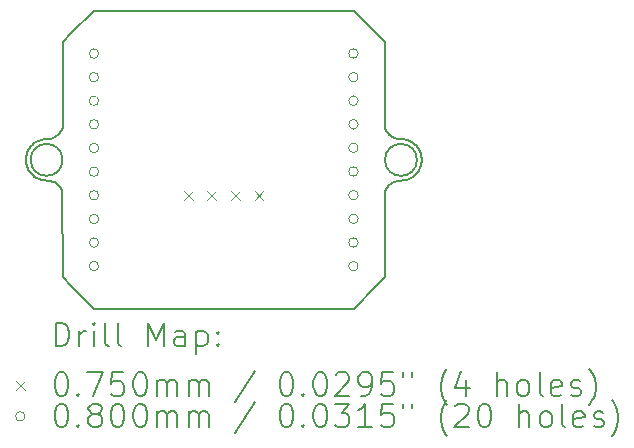
<source format=gbr>
%TF.GenerationSoftware,KiCad,Pcbnew,7.0.7*%
%TF.CreationDate,2023-10-04T17:02:31-06:00*%
%TF.ProjectId,FPV_4-Pin_Module,4650565f-342d-4506-996e-5f4d6f64756c,rev?*%
%TF.SameCoordinates,Original*%
%TF.FileFunction,Drillmap*%
%TF.FilePolarity,Positive*%
%FSLAX45Y45*%
G04 Gerber Fmt 4.5, Leading zero omitted, Abs format (unit mm)*
G04 Created by KiCad (PCBNEW 7.0.7) date 2023-10-04 17:02:31*
%MOMM*%
%LPD*%
G01*
G04 APERTURE LIST*
%ADD10C,0.150000*%
%ADD11C,0.200000*%
%ADD12C,0.075000*%
%ADD13C,0.080000*%
G04 APERTURE END LIST*
D10*
X13329102Y-7886448D02*
X13321185Y-7892556D01*
X13487665Y-7841927D02*
X13478302Y-7845433D01*
X13451718Y-8204402D02*
X13461566Y-8206129D01*
X16606932Y-8023111D02*
X16606925Y-8033110D01*
X16564296Y-7913445D02*
X16570622Y-7921188D01*
X16332518Y-8242885D02*
X16325512Y-8250017D01*
X13337354Y-7880802D02*
X13329102Y-7886448D01*
X16451956Y-7854142D02*
X16461853Y-7855565D01*
X16591127Y-8100826D02*
X16586708Y-8109795D01*
X13392563Y-8198498D02*
X13402365Y-8200472D01*
X13565318Y-8291916D02*
X13567000Y-9023000D01*
X13262726Y-7983601D02*
X13260466Y-7993341D01*
X13461566Y-8206129D02*
X13471271Y-8208531D01*
X16222000Y-6958000D02*
X16032000Y-6768000D01*
X16432217Y-8203000D02*
X16432217Y-8203000D01*
X16424881Y-7852826D02*
X16432000Y-7853000D01*
X13522064Y-7821761D02*
X13514005Y-7827678D01*
X13373377Y-8192889D02*
X13382890Y-8195968D01*
X16603490Y-8062875D02*
X16601218Y-8072613D01*
X13568479Y-7757840D02*
X13564702Y-7767097D01*
X13313794Y-8157044D02*
X13321357Y-8163584D01*
X13265538Y-7974006D02*
X13262726Y-7983601D01*
D11*
X16567000Y-8028000D02*
G75*
G03*
X16567000Y-8028000I-135000J0D01*
G01*
D10*
X13538488Y-8250017D02*
X13544986Y-8257616D01*
X13262782Y-8072613D02*
X13265606Y-8082204D01*
X16586708Y-8109795D02*
X16581784Y-8118497D01*
X13564702Y-7767097D02*
X13560297Y-7776072D01*
X16481110Y-8195968D02*
X16471437Y-8198498D01*
X16550369Y-7899106D02*
X16557537Y-7906076D01*
X13293378Y-7921188D02*
X13287504Y-7929279D01*
X13432000Y-7853000D02*
X13422005Y-7853286D01*
X16542643Y-8163584D02*
X16534719Y-8169682D01*
X16605202Y-8053024D02*
X16603490Y-8062875D01*
X13471271Y-8208531D02*
X13480787Y-8211596D01*
X16518085Y-7875637D02*
X16526646Y-7880802D01*
X13514005Y-7827678D02*
X13505559Y-7833028D01*
X13531482Y-8242885D02*
X13538488Y-8250017D01*
X16595027Y-8091619D02*
X16591127Y-8100826D01*
D11*
X13567000Y-8028000D02*
G75*
G03*
X13567000Y-8028000I-135000J0D01*
G01*
D10*
X13468720Y-7848288D02*
X13458965Y-7850478D01*
X16295521Y-7757840D02*
X16299298Y-7767097D01*
X16441774Y-8202727D02*
X16432217Y-8203000D01*
X16319014Y-8257616D02*
X16313055Y-8265644D01*
X13272781Y-7955375D02*
X13268893Y-7964587D01*
X13422005Y-7853286D02*
X13412043Y-7854142D01*
X16564151Y-8142722D02*
X16557383Y-8150082D01*
X16314306Y-7793012D02*
X16320455Y-7800895D01*
X16586811Y-7946401D02*
X16591219Y-7955375D01*
X13257652Y-8043092D02*
X13258798Y-8053024D01*
X13346108Y-8180471D02*
X13354956Y-8185128D01*
X16500148Y-7866814D02*
X16509243Y-7870969D01*
X16356241Y-8224609D02*
X16347919Y-8230150D01*
X16395280Y-7848288D02*
X16405035Y-7850478D01*
X16307663Y-8274064D02*
X16302865Y-8282835D01*
X13321357Y-8163584D02*
X13329281Y-8169682D01*
X16432217Y-8203000D02*
X16422225Y-8203357D01*
X16327131Y-7808338D02*
X16334303Y-7815304D01*
X13354956Y-8185128D02*
X13364056Y-8189272D01*
X13306617Y-8150082D02*
X13313794Y-8157044D01*
X16339999Y-8236252D02*
X16332518Y-8242885D01*
X16313055Y-8265644D02*
X16307663Y-8274064D01*
X13516081Y-8230150D02*
X13524001Y-8236252D01*
X13282101Y-7937692D02*
X13277189Y-7946401D01*
X13373169Y-7863185D02*
X13363852Y-7866814D01*
X13555287Y-7784724D02*
X13549694Y-7793012D01*
X16576371Y-8126904D02*
X16570487Y-8134988D01*
X13549694Y-7793012D02*
X13543545Y-7800895D01*
X16308713Y-7784724D02*
X16314306Y-7793012D01*
X13306463Y-7906076D02*
X13299704Y-7913445D01*
X16606348Y-8043092D02*
X16605202Y-8053024D01*
X13431783Y-8203000D02*
X13441775Y-8203357D01*
X16499944Y-8189272D02*
X16490623Y-8192889D01*
X13299704Y-7913445D02*
X13293378Y-7921188D01*
X16341936Y-7821761D02*
X16349995Y-7827678D01*
X16517892Y-8180471D02*
X16509044Y-8185128D01*
X13505559Y-7833028D02*
X13496765Y-7837785D01*
X16412282Y-8204402D02*
X16402434Y-8206129D01*
X13392347Y-7857551D02*
X13382677Y-7860094D01*
X16570622Y-7921188D02*
X16576496Y-7929279D01*
X16303703Y-7776072D02*
X16308713Y-7784724D01*
X13550945Y-8265644D02*
X13556337Y-8274064D01*
X16451737Y-8201883D02*
X16441774Y-8202727D01*
X13287629Y-8126904D02*
X13293513Y-8134988D01*
X13299849Y-8142722D02*
X13306617Y-8150082D01*
X16422225Y-8203357D02*
X16412282Y-8204402D01*
X13560297Y-7776072D02*
X13555287Y-7784724D01*
X16509044Y-8185128D02*
X16499944Y-8189272D01*
X13282216Y-8118497D02*
X13287629Y-8126904D01*
X16376335Y-7841927D02*
X16385698Y-7845433D01*
X13496765Y-7837785D02*
X13487665Y-7841927D01*
X13507759Y-8224609D02*
X13516081Y-8230150D01*
X13543545Y-7800895D02*
X13536869Y-7808338D01*
X16367235Y-7837785D02*
X16376335Y-7841927D01*
X13258767Y-8003194D02*
X13257633Y-8013128D01*
X16606925Y-8033110D02*
X16606348Y-8043092D01*
X13268893Y-7964587D02*
X13265538Y-7974006D01*
X16534898Y-7886448D02*
X16542815Y-7892556D01*
X16302865Y-8282835D02*
X16298682Y-8291916D01*
X13832000Y-6768000D02*
X15852000Y-6768000D01*
X16320455Y-7800895D02*
X16327131Y-7808338D01*
X13480787Y-8211596D02*
X13490070Y-8215310D01*
X16542815Y-7892556D02*
X16550369Y-7899106D01*
X16605233Y-8003194D02*
X16606367Y-8013128D01*
X13439119Y-7852826D02*
X13432000Y-7853000D01*
X13287504Y-7929279D02*
X13282101Y-7937692D01*
X16557383Y-8150082D02*
X16550206Y-8157044D01*
X16490831Y-7863185D02*
X16500148Y-7866814D01*
X13642000Y-9098000D02*
X13832000Y-9288000D01*
X13363852Y-7866814D02*
X13354757Y-7870969D01*
X13449083Y-7851993D02*
X13439119Y-7852826D01*
X13478302Y-7845433D02*
X13468720Y-7848288D01*
X16347919Y-8230150D02*
X16339999Y-8236252D01*
X16601218Y-8072613D02*
X16598394Y-8082204D01*
X16299298Y-7767097D02*
X16303703Y-7776072D01*
X13257075Y-8033110D02*
X13257652Y-8043092D01*
X13354757Y-7870969D02*
X13345915Y-7875637D01*
X13556337Y-8274064D02*
X13561135Y-8282835D01*
X16534719Y-8169682D02*
X16526460Y-8175317D01*
X13382677Y-7860094D02*
X13373169Y-7863185D01*
X16432000Y-7853000D02*
X16441995Y-7853286D01*
X13567000Y-9023000D02*
X13642000Y-9098000D01*
X13499075Y-8219654D02*
X13507759Y-8224609D01*
X16526646Y-7880802D02*
X16534898Y-7886448D01*
X16385698Y-7845433D02*
X16395280Y-7848288D01*
X16509243Y-7870969D02*
X16518085Y-7875637D01*
X16603534Y-7993341D02*
X16605233Y-8003194D01*
X16334303Y-7815304D02*
X16341936Y-7821761D01*
X16297000Y-9023000D02*
X16222000Y-9098000D01*
X16481322Y-7860094D02*
X16490831Y-7863185D01*
X13257633Y-8013128D02*
X13257068Y-8023111D01*
X16598462Y-7974006D02*
X16601274Y-7983601D01*
X13412043Y-7854142D02*
X13402147Y-7855565D01*
X16570487Y-8134988D02*
X16564151Y-8142722D01*
X16606367Y-8013128D02*
X16606932Y-8023111D01*
X16297000Y-7033000D02*
X16222000Y-6958000D01*
X16471437Y-8198498D02*
X16461635Y-8200472D01*
X16601274Y-7983601D02*
X16603534Y-7993341D01*
X16405035Y-7850478D02*
X16414917Y-7851993D01*
X13277292Y-8109795D02*
X13282216Y-8118497D01*
X16576496Y-7929279D02*
X16581898Y-7937692D01*
X16392729Y-8208531D02*
X16383213Y-8211596D01*
X16032000Y-6768000D02*
X15852000Y-6768000D01*
X16325512Y-8250017D02*
X16319014Y-8257616D01*
X16490623Y-8192889D02*
X16481110Y-8195968D01*
X16032000Y-9288000D02*
X13832000Y-9288000D01*
X13364056Y-8189272D02*
X13373377Y-8192889D01*
X16557537Y-7906076D02*
X16564296Y-7913445D01*
X13329281Y-8169682D02*
X13337540Y-8175317D01*
X16461853Y-7855565D02*
X16471653Y-7857551D01*
X13382890Y-8195968D02*
X13392563Y-8198498D01*
X13293513Y-8134988D02*
X13299849Y-8142722D01*
X13258798Y-8053024D02*
X13260510Y-8062875D01*
X13277189Y-7946401D02*
X13272781Y-7955375D01*
X13422226Y-8202727D02*
X13431783Y-8203000D01*
X16591219Y-7955375D02*
X16595107Y-7964587D01*
X16298682Y-8291916D02*
X16297000Y-9023000D01*
X16349995Y-7827678D02*
X16358441Y-7833028D01*
X16581784Y-8118497D02*
X16576371Y-8126904D01*
X16402434Y-8206129D02*
X16392729Y-8208531D01*
X13458965Y-7850478D02*
X13449083Y-7851993D01*
X13337540Y-8175317D02*
X13346108Y-8180471D01*
X13529697Y-7815304D02*
X13522064Y-7821761D01*
X16471653Y-7857551D02*
X16481322Y-7860094D01*
X13268973Y-8091619D02*
X13272873Y-8100826D01*
X13490070Y-8215310D02*
X13499075Y-8219654D01*
X13544986Y-8257616D02*
X13550945Y-8265644D01*
X13265606Y-8082204D02*
X13268973Y-8091619D01*
X13402365Y-8200472D02*
X13412263Y-8201883D01*
X13412263Y-8201883D02*
X13422226Y-8202727D01*
X13561135Y-8282835D02*
X13565318Y-8291916D01*
X16364925Y-8219654D02*
X16356241Y-8224609D01*
X16581898Y-7937692D02*
X16586811Y-7946401D01*
X16598394Y-8082204D02*
X16595027Y-8091619D01*
X16441995Y-7853286D02*
X16451956Y-7854142D01*
X13568479Y-7757840D02*
X13567000Y-7033000D01*
X13313631Y-7899106D02*
X13306463Y-7906076D01*
X16526460Y-8175317D02*
X16517892Y-8180471D01*
X16222000Y-9098000D02*
X16032000Y-9288000D01*
X13536869Y-7808338D02*
X13529697Y-7815304D01*
X16550206Y-8157044D02*
X16542643Y-8163584D01*
X13524001Y-8236252D02*
X13531482Y-8242885D01*
X13345915Y-7875637D02*
X13337354Y-7880802D01*
X13260510Y-8062875D02*
X13262782Y-8072613D01*
X13257068Y-8023111D02*
X13257075Y-8033110D01*
X13402147Y-7855565D02*
X13392347Y-7857551D01*
X16461635Y-8200472D02*
X16451737Y-8201883D01*
X16383213Y-8211596D02*
X16373930Y-8215310D01*
X13642000Y-6958000D02*
X13832000Y-6768000D01*
X16295521Y-7757840D02*
X16297000Y-7033000D01*
X13567000Y-7033000D02*
X13642000Y-6958000D01*
X13272873Y-8100826D02*
X13277292Y-8109795D01*
X16414917Y-7851993D02*
X16424881Y-7852826D01*
X13321185Y-7892556D02*
X13313631Y-7899106D01*
X16595107Y-7964587D02*
X16598462Y-7974006D01*
X13260466Y-7993341D02*
X13258767Y-8003194D01*
X13441775Y-8203357D02*
X13451718Y-8204402D01*
X16358441Y-7833028D02*
X16367235Y-7837785D01*
X16373930Y-8215310D02*
X16364925Y-8219654D01*
D11*
D12*
X14592500Y-8293500D02*
X14667500Y-8368500D01*
X14667500Y-8293500D02*
X14592500Y-8368500D01*
X14792500Y-8293500D02*
X14867500Y-8368500D01*
X14867500Y-8293500D02*
X14792500Y-8368500D01*
X14992500Y-8293500D02*
X15067500Y-8368500D01*
X15067500Y-8293500D02*
X14992500Y-8368500D01*
X15192500Y-8293500D02*
X15267500Y-8368500D01*
X15267500Y-8293500D02*
X15192500Y-8368500D01*
D13*
X13873000Y-7128000D02*
G75*
G03*
X13873000Y-7128000I-40000J0D01*
G01*
X13873000Y-7328000D02*
G75*
G03*
X13873000Y-7328000I-40000J0D01*
G01*
X13873000Y-7528000D02*
G75*
G03*
X13873000Y-7528000I-40000J0D01*
G01*
X13873000Y-7728000D02*
G75*
G03*
X13873000Y-7728000I-40000J0D01*
G01*
X13873000Y-7928000D02*
G75*
G03*
X13873000Y-7928000I-40000J0D01*
G01*
X13873000Y-8128000D02*
G75*
G03*
X13873000Y-8128000I-40000J0D01*
G01*
X13873000Y-8328000D02*
G75*
G03*
X13873000Y-8328000I-40000J0D01*
G01*
X13873000Y-8528000D02*
G75*
G03*
X13873000Y-8528000I-40000J0D01*
G01*
X13873000Y-8728000D02*
G75*
G03*
X13873000Y-8728000I-40000J0D01*
G01*
X13873000Y-8928000D02*
G75*
G03*
X13873000Y-8928000I-40000J0D01*
G01*
X16070000Y-7127000D02*
G75*
G03*
X16070000Y-7127000I-40000J0D01*
G01*
X16070000Y-7327000D02*
G75*
G03*
X16070000Y-7327000I-40000J0D01*
G01*
X16070000Y-7527000D02*
G75*
G03*
X16070000Y-7527000I-40000J0D01*
G01*
X16070000Y-7727000D02*
G75*
G03*
X16070000Y-7727000I-40000J0D01*
G01*
X16070000Y-7927000D02*
G75*
G03*
X16070000Y-7927000I-40000J0D01*
G01*
X16070000Y-8127000D02*
G75*
G03*
X16070000Y-8127000I-40000J0D01*
G01*
X16070000Y-8327000D02*
G75*
G03*
X16070000Y-8327000I-40000J0D01*
G01*
X16070000Y-8527000D02*
G75*
G03*
X16070000Y-8527000I-40000J0D01*
G01*
X16070000Y-8727000D02*
G75*
G03*
X16070000Y-8727000I-40000J0D01*
G01*
X16070000Y-8927000D02*
G75*
G03*
X16070000Y-8927000I-40000J0D01*
G01*
D11*
X13510345Y-9606984D02*
X13510345Y-9406984D01*
X13510345Y-9406984D02*
X13557964Y-9406984D01*
X13557964Y-9406984D02*
X13586536Y-9416508D01*
X13586536Y-9416508D02*
X13605583Y-9435555D01*
X13605583Y-9435555D02*
X13615107Y-9454603D01*
X13615107Y-9454603D02*
X13624631Y-9492698D01*
X13624631Y-9492698D02*
X13624631Y-9521270D01*
X13624631Y-9521270D02*
X13615107Y-9559365D01*
X13615107Y-9559365D02*
X13605583Y-9578412D01*
X13605583Y-9578412D02*
X13586536Y-9597460D01*
X13586536Y-9597460D02*
X13557964Y-9606984D01*
X13557964Y-9606984D02*
X13510345Y-9606984D01*
X13710345Y-9606984D02*
X13710345Y-9473650D01*
X13710345Y-9511746D02*
X13719869Y-9492698D01*
X13719869Y-9492698D02*
X13729393Y-9483174D01*
X13729393Y-9483174D02*
X13748440Y-9473650D01*
X13748440Y-9473650D02*
X13767488Y-9473650D01*
X13834155Y-9606984D02*
X13834155Y-9473650D01*
X13834155Y-9406984D02*
X13824631Y-9416508D01*
X13824631Y-9416508D02*
X13834155Y-9426031D01*
X13834155Y-9426031D02*
X13843678Y-9416508D01*
X13843678Y-9416508D02*
X13834155Y-9406984D01*
X13834155Y-9406984D02*
X13834155Y-9426031D01*
X13957964Y-9606984D02*
X13938916Y-9597460D01*
X13938916Y-9597460D02*
X13929393Y-9578412D01*
X13929393Y-9578412D02*
X13929393Y-9406984D01*
X14062726Y-9606984D02*
X14043678Y-9597460D01*
X14043678Y-9597460D02*
X14034155Y-9578412D01*
X14034155Y-9578412D02*
X14034155Y-9406984D01*
X14291297Y-9606984D02*
X14291297Y-9406984D01*
X14291297Y-9406984D02*
X14357964Y-9549841D01*
X14357964Y-9549841D02*
X14424631Y-9406984D01*
X14424631Y-9406984D02*
X14424631Y-9606984D01*
X14605583Y-9606984D02*
X14605583Y-9502222D01*
X14605583Y-9502222D02*
X14596059Y-9483174D01*
X14596059Y-9483174D02*
X14577012Y-9473650D01*
X14577012Y-9473650D02*
X14538916Y-9473650D01*
X14538916Y-9473650D02*
X14519869Y-9483174D01*
X14605583Y-9597460D02*
X14586536Y-9606984D01*
X14586536Y-9606984D02*
X14538916Y-9606984D01*
X14538916Y-9606984D02*
X14519869Y-9597460D01*
X14519869Y-9597460D02*
X14510345Y-9578412D01*
X14510345Y-9578412D02*
X14510345Y-9559365D01*
X14510345Y-9559365D02*
X14519869Y-9540317D01*
X14519869Y-9540317D02*
X14538916Y-9530793D01*
X14538916Y-9530793D02*
X14586536Y-9530793D01*
X14586536Y-9530793D02*
X14605583Y-9521270D01*
X14700821Y-9473650D02*
X14700821Y-9673650D01*
X14700821Y-9483174D02*
X14719869Y-9473650D01*
X14719869Y-9473650D02*
X14757964Y-9473650D01*
X14757964Y-9473650D02*
X14777012Y-9483174D01*
X14777012Y-9483174D02*
X14786536Y-9492698D01*
X14786536Y-9492698D02*
X14796059Y-9511746D01*
X14796059Y-9511746D02*
X14796059Y-9568889D01*
X14796059Y-9568889D02*
X14786536Y-9587936D01*
X14786536Y-9587936D02*
X14777012Y-9597460D01*
X14777012Y-9597460D02*
X14757964Y-9606984D01*
X14757964Y-9606984D02*
X14719869Y-9606984D01*
X14719869Y-9606984D02*
X14700821Y-9597460D01*
X14881774Y-9587936D02*
X14891297Y-9597460D01*
X14891297Y-9597460D02*
X14881774Y-9606984D01*
X14881774Y-9606984D02*
X14872250Y-9597460D01*
X14872250Y-9597460D02*
X14881774Y-9587936D01*
X14881774Y-9587936D02*
X14881774Y-9606984D01*
X14881774Y-9483174D02*
X14891297Y-9492698D01*
X14891297Y-9492698D02*
X14881774Y-9502222D01*
X14881774Y-9502222D02*
X14872250Y-9492698D01*
X14872250Y-9492698D02*
X14881774Y-9483174D01*
X14881774Y-9483174D02*
X14881774Y-9502222D01*
D12*
X13174568Y-9898000D02*
X13249568Y-9973000D01*
X13249568Y-9898000D02*
X13174568Y-9973000D01*
D11*
X13548440Y-9826984D02*
X13567488Y-9826984D01*
X13567488Y-9826984D02*
X13586536Y-9836508D01*
X13586536Y-9836508D02*
X13596059Y-9846031D01*
X13596059Y-9846031D02*
X13605583Y-9865079D01*
X13605583Y-9865079D02*
X13615107Y-9903174D01*
X13615107Y-9903174D02*
X13615107Y-9950793D01*
X13615107Y-9950793D02*
X13605583Y-9988889D01*
X13605583Y-9988889D02*
X13596059Y-10007936D01*
X13596059Y-10007936D02*
X13586536Y-10017460D01*
X13586536Y-10017460D02*
X13567488Y-10026984D01*
X13567488Y-10026984D02*
X13548440Y-10026984D01*
X13548440Y-10026984D02*
X13529393Y-10017460D01*
X13529393Y-10017460D02*
X13519869Y-10007936D01*
X13519869Y-10007936D02*
X13510345Y-9988889D01*
X13510345Y-9988889D02*
X13500821Y-9950793D01*
X13500821Y-9950793D02*
X13500821Y-9903174D01*
X13500821Y-9903174D02*
X13510345Y-9865079D01*
X13510345Y-9865079D02*
X13519869Y-9846031D01*
X13519869Y-9846031D02*
X13529393Y-9836508D01*
X13529393Y-9836508D02*
X13548440Y-9826984D01*
X13700821Y-10007936D02*
X13710345Y-10017460D01*
X13710345Y-10017460D02*
X13700821Y-10026984D01*
X13700821Y-10026984D02*
X13691297Y-10017460D01*
X13691297Y-10017460D02*
X13700821Y-10007936D01*
X13700821Y-10007936D02*
X13700821Y-10026984D01*
X13777012Y-9826984D02*
X13910345Y-9826984D01*
X13910345Y-9826984D02*
X13824631Y-10026984D01*
X14081774Y-9826984D02*
X13986536Y-9826984D01*
X13986536Y-9826984D02*
X13977012Y-9922222D01*
X13977012Y-9922222D02*
X13986536Y-9912698D01*
X13986536Y-9912698D02*
X14005583Y-9903174D01*
X14005583Y-9903174D02*
X14053202Y-9903174D01*
X14053202Y-9903174D02*
X14072250Y-9912698D01*
X14072250Y-9912698D02*
X14081774Y-9922222D01*
X14081774Y-9922222D02*
X14091297Y-9941270D01*
X14091297Y-9941270D02*
X14091297Y-9988889D01*
X14091297Y-9988889D02*
X14081774Y-10007936D01*
X14081774Y-10007936D02*
X14072250Y-10017460D01*
X14072250Y-10017460D02*
X14053202Y-10026984D01*
X14053202Y-10026984D02*
X14005583Y-10026984D01*
X14005583Y-10026984D02*
X13986536Y-10017460D01*
X13986536Y-10017460D02*
X13977012Y-10007936D01*
X14215107Y-9826984D02*
X14234155Y-9826984D01*
X14234155Y-9826984D02*
X14253202Y-9836508D01*
X14253202Y-9836508D02*
X14262726Y-9846031D01*
X14262726Y-9846031D02*
X14272250Y-9865079D01*
X14272250Y-9865079D02*
X14281774Y-9903174D01*
X14281774Y-9903174D02*
X14281774Y-9950793D01*
X14281774Y-9950793D02*
X14272250Y-9988889D01*
X14272250Y-9988889D02*
X14262726Y-10007936D01*
X14262726Y-10007936D02*
X14253202Y-10017460D01*
X14253202Y-10017460D02*
X14234155Y-10026984D01*
X14234155Y-10026984D02*
X14215107Y-10026984D01*
X14215107Y-10026984D02*
X14196059Y-10017460D01*
X14196059Y-10017460D02*
X14186536Y-10007936D01*
X14186536Y-10007936D02*
X14177012Y-9988889D01*
X14177012Y-9988889D02*
X14167488Y-9950793D01*
X14167488Y-9950793D02*
X14167488Y-9903174D01*
X14167488Y-9903174D02*
X14177012Y-9865079D01*
X14177012Y-9865079D02*
X14186536Y-9846031D01*
X14186536Y-9846031D02*
X14196059Y-9836508D01*
X14196059Y-9836508D02*
X14215107Y-9826984D01*
X14367488Y-10026984D02*
X14367488Y-9893650D01*
X14367488Y-9912698D02*
X14377012Y-9903174D01*
X14377012Y-9903174D02*
X14396059Y-9893650D01*
X14396059Y-9893650D02*
X14424631Y-9893650D01*
X14424631Y-9893650D02*
X14443678Y-9903174D01*
X14443678Y-9903174D02*
X14453202Y-9922222D01*
X14453202Y-9922222D02*
X14453202Y-10026984D01*
X14453202Y-9922222D02*
X14462726Y-9903174D01*
X14462726Y-9903174D02*
X14481774Y-9893650D01*
X14481774Y-9893650D02*
X14510345Y-9893650D01*
X14510345Y-9893650D02*
X14529393Y-9903174D01*
X14529393Y-9903174D02*
X14538917Y-9922222D01*
X14538917Y-9922222D02*
X14538917Y-10026984D01*
X14634155Y-10026984D02*
X14634155Y-9893650D01*
X14634155Y-9912698D02*
X14643678Y-9903174D01*
X14643678Y-9903174D02*
X14662726Y-9893650D01*
X14662726Y-9893650D02*
X14691298Y-9893650D01*
X14691298Y-9893650D02*
X14710345Y-9903174D01*
X14710345Y-9903174D02*
X14719869Y-9922222D01*
X14719869Y-9922222D02*
X14719869Y-10026984D01*
X14719869Y-9922222D02*
X14729393Y-9903174D01*
X14729393Y-9903174D02*
X14748440Y-9893650D01*
X14748440Y-9893650D02*
X14777012Y-9893650D01*
X14777012Y-9893650D02*
X14796059Y-9903174D01*
X14796059Y-9903174D02*
X14805583Y-9922222D01*
X14805583Y-9922222D02*
X14805583Y-10026984D01*
X15196059Y-9817460D02*
X15024631Y-10074603D01*
X15453202Y-9826984D02*
X15472250Y-9826984D01*
X15472250Y-9826984D02*
X15491298Y-9836508D01*
X15491298Y-9836508D02*
X15500821Y-9846031D01*
X15500821Y-9846031D02*
X15510345Y-9865079D01*
X15510345Y-9865079D02*
X15519869Y-9903174D01*
X15519869Y-9903174D02*
X15519869Y-9950793D01*
X15519869Y-9950793D02*
X15510345Y-9988889D01*
X15510345Y-9988889D02*
X15500821Y-10007936D01*
X15500821Y-10007936D02*
X15491298Y-10017460D01*
X15491298Y-10017460D02*
X15472250Y-10026984D01*
X15472250Y-10026984D02*
X15453202Y-10026984D01*
X15453202Y-10026984D02*
X15434155Y-10017460D01*
X15434155Y-10017460D02*
X15424631Y-10007936D01*
X15424631Y-10007936D02*
X15415107Y-9988889D01*
X15415107Y-9988889D02*
X15405583Y-9950793D01*
X15405583Y-9950793D02*
X15405583Y-9903174D01*
X15405583Y-9903174D02*
X15415107Y-9865079D01*
X15415107Y-9865079D02*
X15424631Y-9846031D01*
X15424631Y-9846031D02*
X15434155Y-9836508D01*
X15434155Y-9836508D02*
X15453202Y-9826984D01*
X15605583Y-10007936D02*
X15615107Y-10017460D01*
X15615107Y-10017460D02*
X15605583Y-10026984D01*
X15605583Y-10026984D02*
X15596060Y-10017460D01*
X15596060Y-10017460D02*
X15605583Y-10007936D01*
X15605583Y-10007936D02*
X15605583Y-10026984D01*
X15738917Y-9826984D02*
X15757964Y-9826984D01*
X15757964Y-9826984D02*
X15777012Y-9836508D01*
X15777012Y-9836508D02*
X15786536Y-9846031D01*
X15786536Y-9846031D02*
X15796060Y-9865079D01*
X15796060Y-9865079D02*
X15805583Y-9903174D01*
X15805583Y-9903174D02*
X15805583Y-9950793D01*
X15805583Y-9950793D02*
X15796060Y-9988889D01*
X15796060Y-9988889D02*
X15786536Y-10007936D01*
X15786536Y-10007936D02*
X15777012Y-10017460D01*
X15777012Y-10017460D02*
X15757964Y-10026984D01*
X15757964Y-10026984D02*
X15738917Y-10026984D01*
X15738917Y-10026984D02*
X15719869Y-10017460D01*
X15719869Y-10017460D02*
X15710345Y-10007936D01*
X15710345Y-10007936D02*
X15700821Y-9988889D01*
X15700821Y-9988889D02*
X15691298Y-9950793D01*
X15691298Y-9950793D02*
X15691298Y-9903174D01*
X15691298Y-9903174D02*
X15700821Y-9865079D01*
X15700821Y-9865079D02*
X15710345Y-9846031D01*
X15710345Y-9846031D02*
X15719869Y-9836508D01*
X15719869Y-9836508D02*
X15738917Y-9826984D01*
X15881774Y-9846031D02*
X15891298Y-9836508D01*
X15891298Y-9836508D02*
X15910345Y-9826984D01*
X15910345Y-9826984D02*
X15957964Y-9826984D01*
X15957964Y-9826984D02*
X15977012Y-9836508D01*
X15977012Y-9836508D02*
X15986536Y-9846031D01*
X15986536Y-9846031D02*
X15996060Y-9865079D01*
X15996060Y-9865079D02*
X15996060Y-9884127D01*
X15996060Y-9884127D02*
X15986536Y-9912698D01*
X15986536Y-9912698D02*
X15872250Y-10026984D01*
X15872250Y-10026984D02*
X15996060Y-10026984D01*
X16091298Y-10026984D02*
X16129393Y-10026984D01*
X16129393Y-10026984D02*
X16148441Y-10017460D01*
X16148441Y-10017460D02*
X16157964Y-10007936D01*
X16157964Y-10007936D02*
X16177012Y-9979365D01*
X16177012Y-9979365D02*
X16186536Y-9941270D01*
X16186536Y-9941270D02*
X16186536Y-9865079D01*
X16186536Y-9865079D02*
X16177012Y-9846031D01*
X16177012Y-9846031D02*
X16167488Y-9836508D01*
X16167488Y-9836508D02*
X16148441Y-9826984D01*
X16148441Y-9826984D02*
X16110345Y-9826984D01*
X16110345Y-9826984D02*
X16091298Y-9836508D01*
X16091298Y-9836508D02*
X16081774Y-9846031D01*
X16081774Y-9846031D02*
X16072250Y-9865079D01*
X16072250Y-9865079D02*
X16072250Y-9912698D01*
X16072250Y-9912698D02*
X16081774Y-9931746D01*
X16081774Y-9931746D02*
X16091298Y-9941270D01*
X16091298Y-9941270D02*
X16110345Y-9950793D01*
X16110345Y-9950793D02*
X16148441Y-9950793D01*
X16148441Y-9950793D02*
X16167488Y-9941270D01*
X16167488Y-9941270D02*
X16177012Y-9931746D01*
X16177012Y-9931746D02*
X16186536Y-9912698D01*
X16367488Y-9826984D02*
X16272250Y-9826984D01*
X16272250Y-9826984D02*
X16262726Y-9922222D01*
X16262726Y-9922222D02*
X16272250Y-9912698D01*
X16272250Y-9912698D02*
X16291298Y-9903174D01*
X16291298Y-9903174D02*
X16338917Y-9903174D01*
X16338917Y-9903174D02*
X16357964Y-9912698D01*
X16357964Y-9912698D02*
X16367488Y-9922222D01*
X16367488Y-9922222D02*
X16377012Y-9941270D01*
X16377012Y-9941270D02*
X16377012Y-9988889D01*
X16377012Y-9988889D02*
X16367488Y-10007936D01*
X16367488Y-10007936D02*
X16357964Y-10017460D01*
X16357964Y-10017460D02*
X16338917Y-10026984D01*
X16338917Y-10026984D02*
X16291298Y-10026984D01*
X16291298Y-10026984D02*
X16272250Y-10017460D01*
X16272250Y-10017460D02*
X16262726Y-10007936D01*
X16453202Y-9826984D02*
X16453202Y-9865079D01*
X16529393Y-9826984D02*
X16529393Y-9865079D01*
X16824631Y-10103174D02*
X16815107Y-10093650D01*
X16815107Y-10093650D02*
X16796060Y-10065079D01*
X16796060Y-10065079D02*
X16786536Y-10046031D01*
X16786536Y-10046031D02*
X16777012Y-10017460D01*
X16777012Y-10017460D02*
X16767488Y-9969841D01*
X16767488Y-9969841D02*
X16767488Y-9931746D01*
X16767488Y-9931746D02*
X16777012Y-9884127D01*
X16777012Y-9884127D02*
X16786536Y-9855555D01*
X16786536Y-9855555D02*
X16796060Y-9836508D01*
X16796060Y-9836508D02*
X16815107Y-9807936D01*
X16815107Y-9807936D02*
X16824631Y-9798412D01*
X16986536Y-9893650D02*
X16986536Y-10026984D01*
X16938917Y-9817460D02*
X16891298Y-9960317D01*
X16891298Y-9960317D02*
X17015107Y-9960317D01*
X17243679Y-10026984D02*
X17243679Y-9826984D01*
X17329393Y-10026984D02*
X17329393Y-9922222D01*
X17329393Y-9922222D02*
X17319869Y-9903174D01*
X17319869Y-9903174D02*
X17300822Y-9893650D01*
X17300822Y-9893650D02*
X17272250Y-9893650D01*
X17272250Y-9893650D02*
X17253203Y-9903174D01*
X17253203Y-9903174D02*
X17243679Y-9912698D01*
X17453203Y-10026984D02*
X17434155Y-10017460D01*
X17434155Y-10017460D02*
X17424631Y-10007936D01*
X17424631Y-10007936D02*
X17415107Y-9988889D01*
X17415107Y-9988889D02*
X17415107Y-9931746D01*
X17415107Y-9931746D02*
X17424631Y-9912698D01*
X17424631Y-9912698D02*
X17434155Y-9903174D01*
X17434155Y-9903174D02*
X17453203Y-9893650D01*
X17453203Y-9893650D02*
X17481774Y-9893650D01*
X17481774Y-9893650D02*
X17500822Y-9903174D01*
X17500822Y-9903174D02*
X17510346Y-9912698D01*
X17510346Y-9912698D02*
X17519869Y-9931746D01*
X17519869Y-9931746D02*
X17519869Y-9988889D01*
X17519869Y-9988889D02*
X17510346Y-10007936D01*
X17510346Y-10007936D02*
X17500822Y-10017460D01*
X17500822Y-10017460D02*
X17481774Y-10026984D01*
X17481774Y-10026984D02*
X17453203Y-10026984D01*
X17634155Y-10026984D02*
X17615107Y-10017460D01*
X17615107Y-10017460D02*
X17605584Y-9998412D01*
X17605584Y-9998412D02*
X17605584Y-9826984D01*
X17786536Y-10017460D02*
X17767488Y-10026984D01*
X17767488Y-10026984D02*
X17729393Y-10026984D01*
X17729393Y-10026984D02*
X17710346Y-10017460D01*
X17710346Y-10017460D02*
X17700822Y-9998412D01*
X17700822Y-9998412D02*
X17700822Y-9922222D01*
X17700822Y-9922222D02*
X17710346Y-9903174D01*
X17710346Y-9903174D02*
X17729393Y-9893650D01*
X17729393Y-9893650D02*
X17767488Y-9893650D01*
X17767488Y-9893650D02*
X17786536Y-9903174D01*
X17786536Y-9903174D02*
X17796060Y-9922222D01*
X17796060Y-9922222D02*
X17796060Y-9941270D01*
X17796060Y-9941270D02*
X17700822Y-9960317D01*
X17872250Y-10017460D02*
X17891298Y-10026984D01*
X17891298Y-10026984D02*
X17929393Y-10026984D01*
X17929393Y-10026984D02*
X17948441Y-10017460D01*
X17948441Y-10017460D02*
X17957965Y-9998412D01*
X17957965Y-9998412D02*
X17957965Y-9988889D01*
X17957965Y-9988889D02*
X17948441Y-9969841D01*
X17948441Y-9969841D02*
X17929393Y-9960317D01*
X17929393Y-9960317D02*
X17900822Y-9960317D01*
X17900822Y-9960317D02*
X17881774Y-9950793D01*
X17881774Y-9950793D02*
X17872250Y-9931746D01*
X17872250Y-9931746D02*
X17872250Y-9922222D01*
X17872250Y-9922222D02*
X17881774Y-9903174D01*
X17881774Y-9903174D02*
X17900822Y-9893650D01*
X17900822Y-9893650D02*
X17929393Y-9893650D01*
X17929393Y-9893650D02*
X17948441Y-9903174D01*
X18024631Y-10103174D02*
X18034155Y-10093650D01*
X18034155Y-10093650D02*
X18053203Y-10065079D01*
X18053203Y-10065079D02*
X18062727Y-10046031D01*
X18062727Y-10046031D02*
X18072250Y-10017460D01*
X18072250Y-10017460D02*
X18081774Y-9969841D01*
X18081774Y-9969841D02*
X18081774Y-9931746D01*
X18081774Y-9931746D02*
X18072250Y-9884127D01*
X18072250Y-9884127D02*
X18062727Y-9855555D01*
X18062727Y-9855555D02*
X18053203Y-9836508D01*
X18053203Y-9836508D02*
X18034155Y-9807936D01*
X18034155Y-9807936D02*
X18024631Y-9798412D01*
D13*
X13249568Y-10199500D02*
G75*
G03*
X13249568Y-10199500I-40000J0D01*
G01*
D11*
X13548440Y-10090984D02*
X13567488Y-10090984D01*
X13567488Y-10090984D02*
X13586536Y-10100508D01*
X13586536Y-10100508D02*
X13596059Y-10110031D01*
X13596059Y-10110031D02*
X13605583Y-10129079D01*
X13605583Y-10129079D02*
X13615107Y-10167174D01*
X13615107Y-10167174D02*
X13615107Y-10214793D01*
X13615107Y-10214793D02*
X13605583Y-10252889D01*
X13605583Y-10252889D02*
X13596059Y-10271936D01*
X13596059Y-10271936D02*
X13586536Y-10281460D01*
X13586536Y-10281460D02*
X13567488Y-10290984D01*
X13567488Y-10290984D02*
X13548440Y-10290984D01*
X13548440Y-10290984D02*
X13529393Y-10281460D01*
X13529393Y-10281460D02*
X13519869Y-10271936D01*
X13519869Y-10271936D02*
X13510345Y-10252889D01*
X13510345Y-10252889D02*
X13500821Y-10214793D01*
X13500821Y-10214793D02*
X13500821Y-10167174D01*
X13500821Y-10167174D02*
X13510345Y-10129079D01*
X13510345Y-10129079D02*
X13519869Y-10110031D01*
X13519869Y-10110031D02*
X13529393Y-10100508D01*
X13529393Y-10100508D02*
X13548440Y-10090984D01*
X13700821Y-10271936D02*
X13710345Y-10281460D01*
X13710345Y-10281460D02*
X13700821Y-10290984D01*
X13700821Y-10290984D02*
X13691297Y-10281460D01*
X13691297Y-10281460D02*
X13700821Y-10271936D01*
X13700821Y-10271936D02*
X13700821Y-10290984D01*
X13824631Y-10176698D02*
X13805583Y-10167174D01*
X13805583Y-10167174D02*
X13796059Y-10157650D01*
X13796059Y-10157650D02*
X13786536Y-10138603D01*
X13786536Y-10138603D02*
X13786536Y-10129079D01*
X13786536Y-10129079D02*
X13796059Y-10110031D01*
X13796059Y-10110031D02*
X13805583Y-10100508D01*
X13805583Y-10100508D02*
X13824631Y-10090984D01*
X13824631Y-10090984D02*
X13862726Y-10090984D01*
X13862726Y-10090984D02*
X13881774Y-10100508D01*
X13881774Y-10100508D02*
X13891297Y-10110031D01*
X13891297Y-10110031D02*
X13900821Y-10129079D01*
X13900821Y-10129079D02*
X13900821Y-10138603D01*
X13900821Y-10138603D02*
X13891297Y-10157650D01*
X13891297Y-10157650D02*
X13881774Y-10167174D01*
X13881774Y-10167174D02*
X13862726Y-10176698D01*
X13862726Y-10176698D02*
X13824631Y-10176698D01*
X13824631Y-10176698D02*
X13805583Y-10186222D01*
X13805583Y-10186222D02*
X13796059Y-10195746D01*
X13796059Y-10195746D02*
X13786536Y-10214793D01*
X13786536Y-10214793D02*
X13786536Y-10252889D01*
X13786536Y-10252889D02*
X13796059Y-10271936D01*
X13796059Y-10271936D02*
X13805583Y-10281460D01*
X13805583Y-10281460D02*
X13824631Y-10290984D01*
X13824631Y-10290984D02*
X13862726Y-10290984D01*
X13862726Y-10290984D02*
X13881774Y-10281460D01*
X13881774Y-10281460D02*
X13891297Y-10271936D01*
X13891297Y-10271936D02*
X13900821Y-10252889D01*
X13900821Y-10252889D02*
X13900821Y-10214793D01*
X13900821Y-10214793D02*
X13891297Y-10195746D01*
X13891297Y-10195746D02*
X13881774Y-10186222D01*
X13881774Y-10186222D02*
X13862726Y-10176698D01*
X14024631Y-10090984D02*
X14043678Y-10090984D01*
X14043678Y-10090984D02*
X14062726Y-10100508D01*
X14062726Y-10100508D02*
X14072250Y-10110031D01*
X14072250Y-10110031D02*
X14081774Y-10129079D01*
X14081774Y-10129079D02*
X14091297Y-10167174D01*
X14091297Y-10167174D02*
X14091297Y-10214793D01*
X14091297Y-10214793D02*
X14081774Y-10252889D01*
X14081774Y-10252889D02*
X14072250Y-10271936D01*
X14072250Y-10271936D02*
X14062726Y-10281460D01*
X14062726Y-10281460D02*
X14043678Y-10290984D01*
X14043678Y-10290984D02*
X14024631Y-10290984D01*
X14024631Y-10290984D02*
X14005583Y-10281460D01*
X14005583Y-10281460D02*
X13996059Y-10271936D01*
X13996059Y-10271936D02*
X13986536Y-10252889D01*
X13986536Y-10252889D02*
X13977012Y-10214793D01*
X13977012Y-10214793D02*
X13977012Y-10167174D01*
X13977012Y-10167174D02*
X13986536Y-10129079D01*
X13986536Y-10129079D02*
X13996059Y-10110031D01*
X13996059Y-10110031D02*
X14005583Y-10100508D01*
X14005583Y-10100508D02*
X14024631Y-10090984D01*
X14215107Y-10090984D02*
X14234155Y-10090984D01*
X14234155Y-10090984D02*
X14253202Y-10100508D01*
X14253202Y-10100508D02*
X14262726Y-10110031D01*
X14262726Y-10110031D02*
X14272250Y-10129079D01*
X14272250Y-10129079D02*
X14281774Y-10167174D01*
X14281774Y-10167174D02*
X14281774Y-10214793D01*
X14281774Y-10214793D02*
X14272250Y-10252889D01*
X14272250Y-10252889D02*
X14262726Y-10271936D01*
X14262726Y-10271936D02*
X14253202Y-10281460D01*
X14253202Y-10281460D02*
X14234155Y-10290984D01*
X14234155Y-10290984D02*
X14215107Y-10290984D01*
X14215107Y-10290984D02*
X14196059Y-10281460D01*
X14196059Y-10281460D02*
X14186536Y-10271936D01*
X14186536Y-10271936D02*
X14177012Y-10252889D01*
X14177012Y-10252889D02*
X14167488Y-10214793D01*
X14167488Y-10214793D02*
X14167488Y-10167174D01*
X14167488Y-10167174D02*
X14177012Y-10129079D01*
X14177012Y-10129079D02*
X14186536Y-10110031D01*
X14186536Y-10110031D02*
X14196059Y-10100508D01*
X14196059Y-10100508D02*
X14215107Y-10090984D01*
X14367488Y-10290984D02*
X14367488Y-10157650D01*
X14367488Y-10176698D02*
X14377012Y-10167174D01*
X14377012Y-10167174D02*
X14396059Y-10157650D01*
X14396059Y-10157650D02*
X14424631Y-10157650D01*
X14424631Y-10157650D02*
X14443678Y-10167174D01*
X14443678Y-10167174D02*
X14453202Y-10186222D01*
X14453202Y-10186222D02*
X14453202Y-10290984D01*
X14453202Y-10186222D02*
X14462726Y-10167174D01*
X14462726Y-10167174D02*
X14481774Y-10157650D01*
X14481774Y-10157650D02*
X14510345Y-10157650D01*
X14510345Y-10157650D02*
X14529393Y-10167174D01*
X14529393Y-10167174D02*
X14538917Y-10186222D01*
X14538917Y-10186222D02*
X14538917Y-10290984D01*
X14634155Y-10290984D02*
X14634155Y-10157650D01*
X14634155Y-10176698D02*
X14643678Y-10167174D01*
X14643678Y-10167174D02*
X14662726Y-10157650D01*
X14662726Y-10157650D02*
X14691298Y-10157650D01*
X14691298Y-10157650D02*
X14710345Y-10167174D01*
X14710345Y-10167174D02*
X14719869Y-10186222D01*
X14719869Y-10186222D02*
X14719869Y-10290984D01*
X14719869Y-10186222D02*
X14729393Y-10167174D01*
X14729393Y-10167174D02*
X14748440Y-10157650D01*
X14748440Y-10157650D02*
X14777012Y-10157650D01*
X14777012Y-10157650D02*
X14796059Y-10167174D01*
X14796059Y-10167174D02*
X14805583Y-10186222D01*
X14805583Y-10186222D02*
X14805583Y-10290984D01*
X15196059Y-10081460D02*
X15024631Y-10338603D01*
X15453202Y-10090984D02*
X15472250Y-10090984D01*
X15472250Y-10090984D02*
X15491298Y-10100508D01*
X15491298Y-10100508D02*
X15500821Y-10110031D01*
X15500821Y-10110031D02*
X15510345Y-10129079D01*
X15510345Y-10129079D02*
X15519869Y-10167174D01*
X15519869Y-10167174D02*
X15519869Y-10214793D01*
X15519869Y-10214793D02*
X15510345Y-10252889D01*
X15510345Y-10252889D02*
X15500821Y-10271936D01*
X15500821Y-10271936D02*
X15491298Y-10281460D01*
X15491298Y-10281460D02*
X15472250Y-10290984D01*
X15472250Y-10290984D02*
X15453202Y-10290984D01*
X15453202Y-10290984D02*
X15434155Y-10281460D01*
X15434155Y-10281460D02*
X15424631Y-10271936D01*
X15424631Y-10271936D02*
X15415107Y-10252889D01*
X15415107Y-10252889D02*
X15405583Y-10214793D01*
X15405583Y-10214793D02*
X15405583Y-10167174D01*
X15405583Y-10167174D02*
X15415107Y-10129079D01*
X15415107Y-10129079D02*
X15424631Y-10110031D01*
X15424631Y-10110031D02*
X15434155Y-10100508D01*
X15434155Y-10100508D02*
X15453202Y-10090984D01*
X15605583Y-10271936D02*
X15615107Y-10281460D01*
X15615107Y-10281460D02*
X15605583Y-10290984D01*
X15605583Y-10290984D02*
X15596060Y-10281460D01*
X15596060Y-10281460D02*
X15605583Y-10271936D01*
X15605583Y-10271936D02*
X15605583Y-10290984D01*
X15738917Y-10090984D02*
X15757964Y-10090984D01*
X15757964Y-10090984D02*
X15777012Y-10100508D01*
X15777012Y-10100508D02*
X15786536Y-10110031D01*
X15786536Y-10110031D02*
X15796060Y-10129079D01*
X15796060Y-10129079D02*
X15805583Y-10167174D01*
X15805583Y-10167174D02*
X15805583Y-10214793D01*
X15805583Y-10214793D02*
X15796060Y-10252889D01*
X15796060Y-10252889D02*
X15786536Y-10271936D01*
X15786536Y-10271936D02*
X15777012Y-10281460D01*
X15777012Y-10281460D02*
X15757964Y-10290984D01*
X15757964Y-10290984D02*
X15738917Y-10290984D01*
X15738917Y-10290984D02*
X15719869Y-10281460D01*
X15719869Y-10281460D02*
X15710345Y-10271936D01*
X15710345Y-10271936D02*
X15700821Y-10252889D01*
X15700821Y-10252889D02*
X15691298Y-10214793D01*
X15691298Y-10214793D02*
X15691298Y-10167174D01*
X15691298Y-10167174D02*
X15700821Y-10129079D01*
X15700821Y-10129079D02*
X15710345Y-10110031D01*
X15710345Y-10110031D02*
X15719869Y-10100508D01*
X15719869Y-10100508D02*
X15738917Y-10090984D01*
X15872250Y-10090984D02*
X15996060Y-10090984D01*
X15996060Y-10090984D02*
X15929393Y-10167174D01*
X15929393Y-10167174D02*
X15957964Y-10167174D01*
X15957964Y-10167174D02*
X15977012Y-10176698D01*
X15977012Y-10176698D02*
X15986536Y-10186222D01*
X15986536Y-10186222D02*
X15996060Y-10205270D01*
X15996060Y-10205270D02*
X15996060Y-10252889D01*
X15996060Y-10252889D02*
X15986536Y-10271936D01*
X15986536Y-10271936D02*
X15977012Y-10281460D01*
X15977012Y-10281460D02*
X15957964Y-10290984D01*
X15957964Y-10290984D02*
X15900821Y-10290984D01*
X15900821Y-10290984D02*
X15881774Y-10281460D01*
X15881774Y-10281460D02*
X15872250Y-10271936D01*
X16186536Y-10290984D02*
X16072250Y-10290984D01*
X16129393Y-10290984D02*
X16129393Y-10090984D01*
X16129393Y-10090984D02*
X16110345Y-10119555D01*
X16110345Y-10119555D02*
X16091298Y-10138603D01*
X16091298Y-10138603D02*
X16072250Y-10148127D01*
X16367488Y-10090984D02*
X16272250Y-10090984D01*
X16272250Y-10090984D02*
X16262726Y-10186222D01*
X16262726Y-10186222D02*
X16272250Y-10176698D01*
X16272250Y-10176698D02*
X16291298Y-10167174D01*
X16291298Y-10167174D02*
X16338917Y-10167174D01*
X16338917Y-10167174D02*
X16357964Y-10176698D01*
X16357964Y-10176698D02*
X16367488Y-10186222D01*
X16367488Y-10186222D02*
X16377012Y-10205270D01*
X16377012Y-10205270D02*
X16377012Y-10252889D01*
X16377012Y-10252889D02*
X16367488Y-10271936D01*
X16367488Y-10271936D02*
X16357964Y-10281460D01*
X16357964Y-10281460D02*
X16338917Y-10290984D01*
X16338917Y-10290984D02*
X16291298Y-10290984D01*
X16291298Y-10290984D02*
X16272250Y-10281460D01*
X16272250Y-10281460D02*
X16262726Y-10271936D01*
X16453202Y-10090984D02*
X16453202Y-10129079D01*
X16529393Y-10090984D02*
X16529393Y-10129079D01*
X16824631Y-10367174D02*
X16815107Y-10357650D01*
X16815107Y-10357650D02*
X16796060Y-10329079D01*
X16796060Y-10329079D02*
X16786536Y-10310031D01*
X16786536Y-10310031D02*
X16777012Y-10281460D01*
X16777012Y-10281460D02*
X16767488Y-10233841D01*
X16767488Y-10233841D02*
X16767488Y-10195746D01*
X16767488Y-10195746D02*
X16777012Y-10148127D01*
X16777012Y-10148127D02*
X16786536Y-10119555D01*
X16786536Y-10119555D02*
X16796060Y-10100508D01*
X16796060Y-10100508D02*
X16815107Y-10071936D01*
X16815107Y-10071936D02*
X16824631Y-10062412D01*
X16891298Y-10110031D02*
X16900822Y-10100508D01*
X16900822Y-10100508D02*
X16919869Y-10090984D01*
X16919869Y-10090984D02*
X16967488Y-10090984D01*
X16967488Y-10090984D02*
X16986536Y-10100508D01*
X16986536Y-10100508D02*
X16996060Y-10110031D01*
X16996060Y-10110031D02*
X17005584Y-10129079D01*
X17005584Y-10129079D02*
X17005584Y-10148127D01*
X17005584Y-10148127D02*
X16996060Y-10176698D01*
X16996060Y-10176698D02*
X16881774Y-10290984D01*
X16881774Y-10290984D02*
X17005584Y-10290984D01*
X17129393Y-10090984D02*
X17148441Y-10090984D01*
X17148441Y-10090984D02*
X17167488Y-10100508D01*
X17167488Y-10100508D02*
X17177012Y-10110031D01*
X17177012Y-10110031D02*
X17186536Y-10129079D01*
X17186536Y-10129079D02*
X17196060Y-10167174D01*
X17196060Y-10167174D02*
X17196060Y-10214793D01*
X17196060Y-10214793D02*
X17186536Y-10252889D01*
X17186536Y-10252889D02*
X17177012Y-10271936D01*
X17177012Y-10271936D02*
X17167488Y-10281460D01*
X17167488Y-10281460D02*
X17148441Y-10290984D01*
X17148441Y-10290984D02*
X17129393Y-10290984D01*
X17129393Y-10290984D02*
X17110345Y-10281460D01*
X17110345Y-10281460D02*
X17100822Y-10271936D01*
X17100822Y-10271936D02*
X17091298Y-10252889D01*
X17091298Y-10252889D02*
X17081774Y-10214793D01*
X17081774Y-10214793D02*
X17081774Y-10167174D01*
X17081774Y-10167174D02*
X17091298Y-10129079D01*
X17091298Y-10129079D02*
X17100822Y-10110031D01*
X17100822Y-10110031D02*
X17110345Y-10100508D01*
X17110345Y-10100508D02*
X17129393Y-10090984D01*
X17434155Y-10290984D02*
X17434155Y-10090984D01*
X17519869Y-10290984D02*
X17519869Y-10186222D01*
X17519869Y-10186222D02*
X17510346Y-10167174D01*
X17510346Y-10167174D02*
X17491298Y-10157650D01*
X17491298Y-10157650D02*
X17462726Y-10157650D01*
X17462726Y-10157650D02*
X17443679Y-10167174D01*
X17443679Y-10167174D02*
X17434155Y-10176698D01*
X17643679Y-10290984D02*
X17624631Y-10281460D01*
X17624631Y-10281460D02*
X17615107Y-10271936D01*
X17615107Y-10271936D02*
X17605584Y-10252889D01*
X17605584Y-10252889D02*
X17605584Y-10195746D01*
X17605584Y-10195746D02*
X17615107Y-10176698D01*
X17615107Y-10176698D02*
X17624631Y-10167174D01*
X17624631Y-10167174D02*
X17643679Y-10157650D01*
X17643679Y-10157650D02*
X17672250Y-10157650D01*
X17672250Y-10157650D02*
X17691298Y-10167174D01*
X17691298Y-10167174D02*
X17700822Y-10176698D01*
X17700822Y-10176698D02*
X17710346Y-10195746D01*
X17710346Y-10195746D02*
X17710346Y-10252889D01*
X17710346Y-10252889D02*
X17700822Y-10271936D01*
X17700822Y-10271936D02*
X17691298Y-10281460D01*
X17691298Y-10281460D02*
X17672250Y-10290984D01*
X17672250Y-10290984D02*
X17643679Y-10290984D01*
X17824631Y-10290984D02*
X17805584Y-10281460D01*
X17805584Y-10281460D02*
X17796060Y-10262412D01*
X17796060Y-10262412D02*
X17796060Y-10090984D01*
X17977012Y-10281460D02*
X17957965Y-10290984D01*
X17957965Y-10290984D02*
X17919869Y-10290984D01*
X17919869Y-10290984D02*
X17900822Y-10281460D01*
X17900822Y-10281460D02*
X17891298Y-10262412D01*
X17891298Y-10262412D02*
X17891298Y-10186222D01*
X17891298Y-10186222D02*
X17900822Y-10167174D01*
X17900822Y-10167174D02*
X17919869Y-10157650D01*
X17919869Y-10157650D02*
X17957965Y-10157650D01*
X17957965Y-10157650D02*
X17977012Y-10167174D01*
X17977012Y-10167174D02*
X17986536Y-10186222D01*
X17986536Y-10186222D02*
X17986536Y-10205270D01*
X17986536Y-10205270D02*
X17891298Y-10224317D01*
X18062727Y-10281460D02*
X18081774Y-10290984D01*
X18081774Y-10290984D02*
X18119869Y-10290984D01*
X18119869Y-10290984D02*
X18138917Y-10281460D01*
X18138917Y-10281460D02*
X18148441Y-10262412D01*
X18148441Y-10262412D02*
X18148441Y-10252889D01*
X18148441Y-10252889D02*
X18138917Y-10233841D01*
X18138917Y-10233841D02*
X18119869Y-10224317D01*
X18119869Y-10224317D02*
X18091298Y-10224317D01*
X18091298Y-10224317D02*
X18072250Y-10214793D01*
X18072250Y-10214793D02*
X18062727Y-10195746D01*
X18062727Y-10195746D02*
X18062727Y-10186222D01*
X18062727Y-10186222D02*
X18072250Y-10167174D01*
X18072250Y-10167174D02*
X18091298Y-10157650D01*
X18091298Y-10157650D02*
X18119869Y-10157650D01*
X18119869Y-10157650D02*
X18138917Y-10167174D01*
X18215108Y-10367174D02*
X18224631Y-10357650D01*
X18224631Y-10357650D02*
X18243679Y-10329079D01*
X18243679Y-10329079D02*
X18253203Y-10310031D01*
X18253203Y-10310031D02*
X18262727Y-10281460D01*
X18262727Y-10281460D02*
X18272250Y-10233841D01*
X18272250Y-10233841D02*
X18272250Y-10195746D01*
X18272250Y-10195746D02*
X18262727Y-10148127D01*
X18262727Y-10148127D02*
X18253203Y-10119555D01*
X18253203Y-10119555D02*
X18243679Y-10100508D01*
X18243679Y-10100508D02*
X18224631Y-10071936D01*
X18224631Y-10071936D02*
X18215108Y-10062412D01*
M02*

</source>
